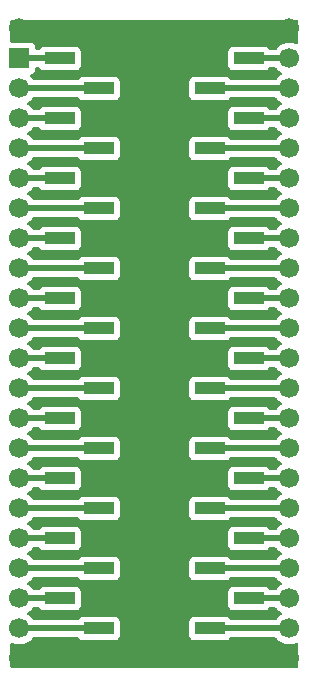
<source format=gbl>
G04 #@! TF.GenerationSoftware,KiCad,Pcbnew,9.0.6*
G04 #@! TF.CreationDate,2026-01-08T21:28:12-06:00*
G04 #@! TF.ProjectId,QFN-40_5x5_P0.4,51464e2d-3430-45f3-9578-355f50302e34,rev?*
G04 #@! TF.SameCoordinates,Original*
G04 #@! TF.FileFunction,Copper,L2,Bot*
G04 #@! TF.FilePolarity,Positive*
%FSLAX46Y46*%
G04 Gerber Fmt 4.6, Leading zero omitted, Abs format (unit mm)*
G04 Created by KiCad (PCBNEW 9.0.6) date 2026-01-08 21:28:12*
%MOMM*%
%LPD*%
G01*
G04 APERTURE LIST*
G04 Aperture macros list*
%AMRotRect*
0 Rectangle, with rotation*
0 The origin of the aperture is its center*
0 $1 length*
0 $2 width*
0 $3 Rotation angle, in degrees counterclockwise*
0 Add horizontal line*
21,1,$1,$2,0,0,$3*%
G04 Aperture macros list end*
G04 #@! TA.AperFunction,SMDPad,CuDef*
%ADD10R,2.510000X1.000000*%
G04 #@! TD*
G04 #@! TA.AperFunction,HeatsinkPad*
%ADD11C,0.500000*%
G04 #@! TD*
G04 #@! TA.AperFunction,HeatsinkPad*
%ADD12RotRect,3.600000X3.600000X315.000000*%
G04 #@! TD*
G04 #@! TA.AperFunction,ComponentPad*
%ADD13C,1.700000*%
G04 #@! TD*
G04 #@! TA.AperFunction,ComponentPad*
%ADD14R,1.700000X1.700000*%
G04 #@! TD*
G04 #@! TA.AperFunction,ViaPad*
%ADD15C,0.600000*%
G04 #@! TD*
G04 #@! TA.AperFunction,Conductor*
%ADD16C,0.500000*%
G04 #@! TD*
G04 APERTURE END LIST*
D10*
X131449000Y-108204000D03*
X131449000Y-82804000D03*
X128139000Y-85344000D03*
X131449000Y-87884000D03*
X128139000Y-90424000D03*
X131449000Y-92964000D03*
X128139000Y-95504000D03*
X131449000Y-98044000D03*
X128139000Y-100584000D03*
X131449000Y-103124000D03*
X128139000Y-105664000D03*
X128139000Y-110744000D03*
X131449000Y-113284000D03*
X128139000Y-115824000D03*
X131449000Y-118364000D03*
X128139000Y-120904000D03*
X131449000Y-123444000D03*
X128139000Y-125984000D03*
X131449000Y-128524000D03*
X128139000Y-131064000D03*
X131449000Y-133604000D03*
X128139000Y-136144000D03*
D11*
X136144000Y-108584974D03*
X135413323Y-109315651D03*
X134682646Y-110046328D03*
X133951969Y-110777005D03*
X136874677Y-109315651D03*
X136144000Y-110046328D03*
X135413323Y-110777005D03*
X134682646Y-111507682D03*
D12*
X136144000Y-110777005D03*
D11*
X137605354Y-110046328D03*
X136874677Y-110777005D03*
X136144000Y-111507682D03*
X135413323Y-112238359D03*
X138336031Y-110777005D03*
X137605354Y-111507682D03*
X136874677Y-112238359D03*
X136144000Y-112969036D03*
D13*
X147574000Y-82804000D03*
X147574000Y-85344000D03*
X147574000Y-87884000D03*
X147574000Y-90424000D03*
X147574000Y-92964000D03*
X147574000Y-95504000D03*
X147574000Y-98044000D03*
X147574000Y-100584000D03*
X147574000Y-103124000D03*
X147574000Y-105664000D03*
X147574000Y-108204000D03*
X147574000Y-110744000D03*
X147574000Y-113284000D03*
X147574000Y-115824000D03*
X147574000Y-118364000D03*
X147574000Y-120904000D03*
X147574000Y-123444000D03*
X147574000Y-125984000D03*
X147574000Y-128524000D03*
X147574000Y-131064000D03*
X147574000Y-133604000D03*
X147574000Y-136144000D03*
X124714000Y-82804000D03*
D14*
X124714000Y-85344000D03*
D13*
X124714000Y-87884000D03*
X124714000Y-90424000D03*
X124714000Y-92964000D03*
X124714000Y-95504000D03*
X124714000Y-98044000D03*
X124714000Y-100584000D03*
X124714000Y-103124000D03*
X124714000Y-105664000D03*
X124714000Y-108204000D03*
X124714000Y-110744000D03*
X124714000Y-113284000D03*
X124714000Y-115824000D03*
X124714000Y-118364000D03*
X124714000Y-120904000D03*
X124714000Y-123444000D03*
X124714000Y-125984000D03*
X124714000Y-128524000D03*
X124714000Y-131064000D03*
X124714000Y-133604000D03*
X124714000Y-136144000D03*
D10*
X140839000Y-82804000D03*
X144149000Y-85344000D03*
X140839000Y-87884000D03*
X144149000Y-90424000D03*
X140839000Y-92964000D03*
X144149000Y-95504000D03*
X140839000Y-98044000D03*
X144149000Y-100584000D03*
X140839000Y-103124000D03*
X144149000Y-105664000D03*
X140839000Y-108204000D03*
X144149000Y-110744000D03*
X140839000Y-113284000D03*
X144149000Y-115824000D03*
X140839000Y-118364000D03*
X144149000Y-120904000D03*
X140839000Y-123444000D03*
X144149000Y-125984000D03*
X140839000Y-128524000D03*
X144149000Y-131064000D03*
X140839000Y-133604000D03*
X144149000Y-136144000D03*
D15*
X136144000Y-91186000D03*
X136144000Y-129032000D03*
X136144000Y-106586005D03*
X136144000Y-114968005D03*
D16*
X147574000Y-85344000D02*
X144149000Y-85344000D01*
X140839000Y-87884000D02*
X147574000Y-87884000D01*
X147574000Y-90424000D02*
X144149000Y-90424000D01*
X140839000Y-92964000D02*
X147574000Y-92964000D01*
X147574000Y-95504000D02*
X144149000Y-95504000D01*
X140839000Y-98044000D02*
X147574000Y-98044000D01*
X147574000Y-103124000D02*
X140839000Y-103124000D01*
X144149000Y-100584000D02*
X147574000Y-100584000D01*
X144149000Y-105664000D02*
X147574000Y-105664000D01*
X147574000Y-108204000D02*
X140839000Y-108204000D01*
X144149000Y-110744000D02*
X147574000Y-110744000D01*
X147574000Y-113284000D02*
X140839000Y-113284000D01*
X144149000Y-115824000D02*
X147574000Y-115824000D01*
X147574000Y-118364000D02*
X140839000Y-118364000D01*
X144149000Y-120904000D02*
X147574000Y-120904000D01*
X147574000Y-123444000D02*
X140839000Y-123444000D01*
X144149000Y-125984000D02*
X147574000Y-125984000D01*
X147574000Y-128524000D02*
X140839000Y-128524000D01*
X144149000Y-131064000D02*
X147574000Y-131064000D01*
X144149000Y-136144000D02*
X128139000Y-136144000D01*
X147574000Y-133604000D02*
X140839000Y-133604000D01*
X144149000Y-136144000D02*
X147574000Y-136144000D01*
X128139000Y-136144000D02*
X124714000Y-136144000D01*
X124714000Y-133604000D02*
X131449000Y-133604000D01*
X128139000Y-131064000D02*
X124714000Y-131064000D01*
X131449000Y-128524000D02*
X124714000Y-128524000D01*
X124714000Y-125984000D02*
X128139000Y-125984000D01*
X131449000Y-123444000D02*
X124714000Y-123444000D01*
X124714000Y-120904000D02*
X128139000Y-120904000D01*
X124714000Y-118364000D02*
X131449000Y-118364000D01*
X128139000Y-115824000D02*
X124714000Y-115824000D01*
X124714000Y-113284000D02*
X131449000Y-113284000D01*
X128139000Y-110744000D02*
X124714000Y-110744000D01*
X124714000Y-108204000D02*
X131449000Y-108204000D01*
X128139000Y-105664000D02*
X124714000Y-105664000D01*
X124714000Y-103124000D02*
X131449000Y-103124000D01*
X128139000Y-100584000D02*
X124714000Y-100584000D01*
X124714000Y-98044000D02*
X131449000Y-98044000D01*
X128139000Y-95504000D02*
X124714000Y-95504000D01*
X124714000Y-92964000D02*
X131449000Y-92964000D01*
X128139000Y-90424000D02*
X124714000Y-90424000D01*
X124714000Y-87884000D02*
X131449000Y-87884000D01*
X124714000Y-85344000D02*
X128139000Y-85344000D01*
X131449000Y-82804000D02*
X147574000Y-82804000D01*
X124714000Y-82804000D02*
X131449000Y-82804000D01*
G04 #@! TA.AperFunction,Conductor*
G36*
X148286539Y-82064614D02*
G01*
X148332294Y-82117418D01*
X148343500Y-82168929D01*
X148343500Y-84018028D01*
X148323815Y-84085067D01*
X148271011Y-84130822D01*
X148201853Y-84140766D01*
X148163206Y-84128513D01*
X148092417Y-84092445D01*
X148092414Y-84092444D01*
X148092412Y-84092443D01*
X147890243Y-84026754D01*
X147890241Y-84026753D01*
X147890240Y-84026753D01*
X147728957Y-84001208D01*
X147680287Y-83993500D01*
X147467713Y-83993500D01*
X147419042Y-84001208D01*
X147257760Y-84026753D01*
X147055585Y-84092444D01*
X146866179Y-84188951D01*
X146694213Y-84313890D01*
X146543892Y-84464211D01*
X146487097Y-84542385D01*
X146431767Y-84585051D01*
X146386779Y-84593500D01*
X145903751Y-84593500D01*
X145836712Y-84573815D01*
X145804485Y-84543812D01*
X145761548Y-84486457D01*
X145761546Y-84486454D01*
X145761542Y-84486451D01*
X145646335Y-84400206D01*
X145646328Y-84400202D01*
X145511482Y-84349908D01*
X145511483Y-84349908D01*
X145451883Y-84343501D01*
X145451881Y-84343500D01*
X145451873Y-84343500D01*
X145451864Y-84343500D01*
X142846129Y-84343500D01*
X142846123Y-84343501D01*
X142786516Y-84349908D01*
X142651671Y-84400202D01*
X142651664Y-84400206D01*
X142536455Y-84486452D01*
X142536452Y-84486455D01*
X142450206Y-84601664D01*
X142450202Y-84601671D01*
X142399908Y-84736517D01*
X142393501Y-84796116D01*
X142393501Y-84796123D01*
X142393500Y-84796135D01*
X142393500Y-85891870D01*
X142393501Y-85891876D01*
X142399908Y-85951483D01*
X142450202Y-86086328D01*
X142450206Y-86086335D01*
X142536452Y-86201544D01*
X142536455Y-86201547D01*
X142651664Y-86287793D01*
X142651671Y-86287797D01*
X142786517Y-86338091D01*
X142786516Y-86338091D01*
X142793444Y-86338835D01*
X142846127Y-86344500D01*
X145451872Y-86344499D01*
X145511483Y-86338091D01*
X145646331Y-86287796D01*
X145761546Y-86201546D01*
X145799040Y-86151461D01*
X145804485Y-86144188D01*
X145860419Y-86102318D01*
X145903751Y-86094500D01*
X146386779Y-86094500D01*
X146453818Y-86114185D01*
X146487097Y-86145615D01*
X146543892Y-86223788D01*
X146694213Y-86374109D01*
X146866182Y-86499050D01*
X146874946Y-86503516D01*
X146925742Y-86551491D01*
X146942536Y-86619312D01*
X146919998Y-86685447D01*
X146874946Y-86724484D01*
X146866182Y-86728949D01*
X146694213Y-86853890D01*
X146543892Y-87004211D01*
X146487097Y-87082385D01*
X146431767Y-87125051D01*
X146386779Y-87133500D01*
X142593751Y-87133500D01*
X142526712Y-87113815D01*
X142494485Y-87083812D01*
X142451548Y-87026457D01*
X142451546Y-87026454D01*
X142451542Y-87026451D01*
X142336335Y-86940206D01*
X142336328Y-86940202D01*
X142201482Y-86889908D01*
X142201483Y-86889908D01*
X142141883Y-86883501D01*
X142141881Y-86883500D01*
X142141873Y-86883500D01*
X142141864Y-86883500D01*
X139536129Y-86883500D01*
X139536123Y-86883501D01*
X139476516Y-86889908D01*
X139341671Y-86940202D01*
X139341664Y-86940206D01*
X139226455Y-87026452D01*
X139226452Y-87026455D01*
X139140206Y-87141664D01*
X139140202Y-87141671D01*
X139089908Y-87276517D01*
X139083501Y-87336116D01*
X139083501Y-87336123D01*
X139083500Y-87336135D01*
X139083500Y-88431870D01*
X139083501Y-88431876D01*
X139089908Y-88491483D01*
X139140202Y-88626328D01*
X139140206Y-88626335D01*
X139226452Y-88741544D01*
X139226455Y-88741547D01*
X139341664Y-88827793D01*
X139341671Y-88827797D01*
X139476517Y-88878091D01*
X139476516Y-88878091D01*
X139483444Y-88878835D01*
X139536127Y-88884500D01*
X142141872Y-88884499D01*
X142201483Y-88878091D01*
X142336331Y-88827796D01*
X142451546Y-88741546D01*
X142478227Y-88705903D01*
X142494485Y-88684188D01*
X142550419Y-88642318D01*
X142593751Y-88634500D01*
X146386779Y-88634500D01*
X146453818Y-88654185D01*
X146487097Y-88685615D01*
X146543892Y-88763788D01*
X146694213Y-88914109D01*
X146866182Y-89039050D01*
X146874946Y-89043516D01*
X146925742Y-89091491D01*
X146942536Y-89159312D01*
X146919998Y-89225447D01*
X146874946Y-89264484D01*
X146866182Y-89268949D01*
X146694213Y-89393890D01*
X146543892Y-89544211D01*
X146487097Y-89622385D01*
X146431767Y-89665051D01*
X146386779Y-89673500D01*
X145903751Y-89673500D01*
X145836712Y-89653815D01*
X145804485Y-89623812D01*
X145761548Y-89566457D01*
X145761546Y-89566454D01*
X145761542Y-89566451D01*
X145646335Y-89480206D01*
X145646328Y-89480202D01*
X145511482Y-89429908D01*
X145511483Y-89429908D01*
X145451883Y-89423501D01*
X145451881Y-89423500D01*
X145451873Y-89423500D01*
X145451864Y-89423500D01*
X142846129Y-89423500D01*
X142846123Y-89423501D01*
X142786516Y-89429908D01*
X142651671Y-89480202D01*
X142651664Y-89480206D01*
X142536455Y-89566452D01*
X142536452Y-89566455D01*
X142450206Y-89681664D01*
X142450202Y-89681671D01*
X142399908Y-89816517D01*
X142393501Y-89876116D01*
X142393501Y-89876123D01*
X142393500Y-89876135D01*
X142393500Y-90971870D01*
X142393501Y-90971876D01*
X142399908Y-91031483D01*
X142450202Y-91166328D01*
X142450206Y-91166335D01*
X142536452Y-91281544D01*
X142536455Y-91281547D01*
X142651664Y-91367793D01*
X142651671Y-91367797D01*
X142786517Y-91418091D01*
X142786516Y-91418091D01*
X142793444Y-91418835D01*
X142846127Y-91424500D01*
X145451872Y-91424499D01*
X145511483Y-91418091D01*
X145646331Y-91367796D01*
X145761546Y-91281546D01*
X145788227Y-91245903D01*
X145804485Y-91224188D01*
X145860419Y-91182318D01*
X145903751Y-91174500D01*
X146386779Y-91174500D01*
X146453818Y-91194185D01*
X146487097Y-91225615D01*
X146543892Y-91303788D01*
X146694213Y-91454109D01*
X146866182Y-91579050D01*
X146874946Y-91583516D01*
X146925742Y-91631491D01*
X146942536Y-91699312D01*
X146919998Y-91765447D01*
X146874946Y-91804484D01*
X146866182Y-91808949D01*
X146694213Y-91933890D01*
X146543892Y-92084211D01*
X146487097Y-92162385D01*
X146431767Y-92205051D01*
X146386779Y-92213500D01*
X142593751Y-92213500D01*
X142526712Y-92193815D01*
X142494485Y-92163812D01*
X142451548Y-92106457D01*
X142451546Y-92106454D01*
X142451542Y-92106451D01*
X142336335Y-92020206D01*
X142336328Y-92020202D01*
X142201482Y-91969908D01*
X142201483Y-91969908D01*
X142141883Y-91963501D01*
X142141881Y-91963500D01*
X142141873Y-91963500D01*
X142141864Y-91963500D01*
X139536129Y-91963500D01*
X139536123Y-91963501D01*
X139476516Y-91969908D01*
X139341671Y-92020202D01*
X139341664Y-92020206D01*
X139226455Y-92106452D01*
X139226452Y-92106455D01*
X139140206Y-92221664D01*
X139140202Y-92221671D01*
X139089908Y-92356517D01*
X139083501Y-92416116D01*
X139083501Y-92416123D01*
X139083500Y-92416135D01*
X139083500Y-93511870D01*
X139083501Y-93511876D01*
X139089908Y-93571483D01*
X139140202Y-93706328D01*
X139140206Y-93706335D01*
X139226452Y-93821544D01*
X139226455Y-93821547D01*
X139341664Y-93907793D01*
X139341671Y-93907797D01*
X139476517Y-93958091D01*
X139476516Y-93958091D01*
X139483444Y-93958835D01*
X139536127Y-93964500D01*
X142141872Y-93964499D01*
X142201483Y-93958091D01*
X142336331Y-93907796D01*
X142451546Y-93821546D01*
X142478227Y-93785903D01*
X142494485Y-93764188D01*
X142550419Y-93722318D01*
X142593751Y-93714500D01*
X146386779Y-93714500D01*
X146453818Y-93734185D01*
X146487097Y-93765615D01*
X146543892Y-93843788D01*
X146694213Y-93994109D01*
X146866182Y-94119050D01*
X146874946Y-94123516D01*
X146925742Y-94171491D01*
X146942536Y-94239312D01*
X146919998Y-94305447D01*
X146874946Y-94344484D01*
X146866182Y-94348949D01*
X146694213Y-94473890D01*
X146543892Y-94624211D01*
X146487097Y-94702385D01*
X146431767Y-94745051D01*
X146386779Y-94753500D01*
X145903751Y-94753500D01*
X145836712Y-94733815D01*
X145804485Y-94703812D01*
X145761548Y-94646457D01*
X145761546Y-94646454D01*
X145761542Y-94646451D01*
X145646335Y-94560206D01*
X145646328Y-94560202D01*
X145511482Y-94509908D01*
X145511483Y-94509908D01*
X145451883Y-94503501D01*
X145451881Y-94503500D01*
X145451873Y-94503500D01*
X145451864Y-94503500D01*
X142846129Y-94503500D01*
X142846123Y-94503501D01*
X142786516Y-94509908D01*
X142651671Y-94560202D01*
X142651664Y-94560206D01*
X142536455Y-94646452D01*
X142536452Y-94646455D01*
X142450206Y-94761664D01*
X142450202Y-94761671D01*
X142399908Y-94896517D01*
X142393501Y-94956116D01*
X142393501Y-94956123D01*
X142393500Y-94956135D01*
X142393500Y-96051870D01*
X142393501Y-96051876D01*
X142399908Y-96111483D01*
X142450202Y-96246328D01*
X142450206Y-96246335D01*
X142536452Y-96361544D01*
X142536455Y-96361547D01*
X142651664Y-96447793D01*
X142651671Y-96447797D01*
X142786517Y-96498091D01*
X142786516Y-96498091D01*
X142793444Y-96498835D01*
X142846127Y-96504500D01*
X145451872Y-96504499D01*
X145511483Y-96498091D01*
X145646331Y-96447796D01*
X145761546Y-96361546D01*
X145788227Y-96325903D01*
X145804485Y-96304188D01*
X145860419Y-96262318D01*
X145903751Y-96254500D01*
X146386779Y-96254500D01*
X146453818Y-96274185D01*
X146487097Y-96305615D01*
X146543892Y-96383788D01*
X146694213Y-96534109D01*
X146866182Y-96659050D01*
X146874946Y-96663516D01*
X146925742Y-96711491D01*
X146942536Y-96779312D01*
X146919998Y-96845447D01*
X146874946Y-96884484D01*
X146866182Y-96888949D01*
X146694213Y-97013890D01*
X146543892Y-97164211D01*
X146487097Y-97242385D01*
X146431767Y-97285051D01*
X146386779Y-97293500D01*
X142593751Y-97293500D01*
X142526712Y-97273815D01*
X142494485Y-97243812D01*
X142451548Y-97186457D01*
X142451546Y-97186454D01*
X142451542Y-97186451D01*
X142336335Y-97100206D01*
X142336328Y-97100202D01*
X142201482Y-97049908D01*
X142201483Y-97049908D01*
X142141883Y-97043501D01*
X142141881Y-97043500D01*
X142141873Y-97043500D01*
X142141864Y-97043500D01*
X139536129Y-97043500D01*
X139536123Y-97043501D01*
X139476516Y-97049908D01*
X139341671Y-97100202D01*
X139341664Y-97100206D01*
X139226455Y-97186452D01*
X139226452Y-97186455D01*
X139140206Y-97301664D01*
X139140202Y-97301671D01*
X139089908Y-97436517D01*
X139083501Y-97496116D01*
X139083501Y-97496123D01*
X139083500Y-97496135D01*
X139083500Y-98591870D01*
X139083501Y-98591876D01*
X139089908Y-98651483D01*
X139140202Y-98786328D01*
X139140206Y-98786335D01*
X139226452Y-98901544D01*
X139226455Y-98901547D01*
X139341664Y-98987793D01*
X139341671Y-98987797D01*
X139476517Y-99038091D01*
X139476516Y-99038091D01*
X139483444Y-99038835D01*
X139536127Y-99044500D01*
X142141872Y-99044499D01*
X142201483Y-99038091D01*
X142336331Y-98987796D01*
X142451546Y-98901546D01*
X142478227Y-98865903D01*
X142494485Y-98844188D01*
X142550419Y-98802318D01*
X142593751Y-98794500D01*
X146386779Y-98794500D01*
X146453818Y-98814185D01*
X146487097Y-98845615D01*
X146543892Y-98923788D01*
X146694213Y-99074109D01*
X146866182Y-99199050D01*
X146874946Y-99203516D01*
X146925742Y-99251491D01*
X146942536Y-99319312D01*
X146919998Y-99385447D01*
X146874946Y-99424484D01*
X146866182Y-99428949D01*
X146694213Y-99553890D01*
X146543892Y-99704211D01*
X146487097Y-99782385D01*
X146431767Y-99825051D01*
X146386779Y-99833500D01*
X145903751Y-99833500D01*
X145836712Y-99813815D01*
X145804485Y-99783812D01*
X145761548Y-99726457D01*
X145761546Y-99726454D01*
X145761542Y-99726451D01*
X145646335Y-99640206D01*
X145646328Y-99640202D01*
X145511482Y-99589908D01*
X145511483Y-99589908D01*
X145451883Y-99583501D01*
X145451881Y-99583500D01*
X145451873Y-99583500D01*
X145451864Y-99583500D01*
X142846129Y-99583500D01*
X142846123Y-99583501D01*
X142786516Y-99589908D01*
X142651671Y-99640202D01*
X142651664Y-99640206D01*
X142536455Y-99726452D01*
X142536452Y-99726455D01*
X142450206Y-99841664D01*
X142450202Y-99841671D01*
X142399908Y-99976517D01*
X142393501Y-100036116D01*
X142393501Y-100036123D01*
X142393500Y-100036135D01*
X142393500Y-101131870D01*
X142393501Y-101131876D01*
X142399908Y-101191483D01*
X142450202Y-101326328D01*
X142450206Y-101326335D01*
X142536452Y-101441544D01*
X142536455Y-101441547D01*
X142651664Y-101527793D01*
X142651671Y-101527797D01*
X142786517Y-101578091D01*
X142786516Y-101578091D01*
X142793444Y-101578835D01*
X142846127Y-101584500D01*
X145451872Y-101584499D01*
X145511483Y-101578091D01*
X145646331Y-101527796D01*
X145761546Y-101441546D01*
X145788227Y-101405903D01*
X145804485Y-101384188D01*
X145860419Y-101342318D01*
X145903751Y-101334500D01*
X146386779Y-101334500D01*
X146453818Y-101354185D01*
X146487097Y-101385615D01*
X146543892Y-101463788D01*
X146694213Y-101614109D01*
X146866182Y-101739050D01*
X146874946Y-101743516D01*
X146925742Y-101791491D01*
X146942536Y-101859312D01*
X146919998Y-101925447D01*
X146874946Y-101964484D01*
X146866182Y-101968949D01*
X146694213Y-102093890D01*
X146543892Y-102244211D01*
X146487097Y-102322385D01*
X146431767Y-102365051D01*
X146386779Y-102373500D01*
X142593751Y-102373500D01*
X142526712Y-102353815D01*
X142494485Y-102323812D01*
X142451548Y-102266457D01*
X142451546Y-102266454D01*
X142451542Y-102266451D01*
X142336335Y-102180206D01*
X142336328Y-102180202D01*
X142201482Y-102129908D01*
X142201483Y-102129908D01*
X142141883Y-102123501D01*
X142141881Y-102123500D01*
X142141873Y-102123500D01*
X142141864Y-102123500D01*
X139536129Y-102123500D01*
X139536123Y-102123501D01*
X139476516Y-102129908D01*
X139341671Y-102180202D01*
X139341664Y-102180206D01*
X139226455Y-102266452D01*
X139226452Y-102266455D01*
X139140206Y-102381664D01*
X139140202Y-102381671D01*
X139089908Y-102516517D01*
X139083501Y-102576116D01*
X139083501Y-102576123D01*
X139083500Y-102576135D01*
X139083500Y-103671870D01*
X139083501Y-103671876D01*
X139089908Y-103731483D01*
X139140202Y-103866328D01*
X139140206Y-103866335D01*
X139226452Y-103981544D01*
X139226455Y-103981547D01*
X139341664Y-104067793D01*
X139341671Y-104067797D01*
X139476517Y-104118091D01*
X139476516Y-104118091D01*
X139483444Y-104118835D01*
X139536127Y-104124500D01*
X142141872Y-104124499D01*
X142201483Y-104118091D01*
X142336331Y-104067796D01*
X142451546Y-103981546D01*
X142478227Y-103945903D01*
X142494485Y-103924188D01*
X142550419Y-103882318D01*
X142593751Y-103874500D01*
X146386779Y-103874500D01*
X146453818Y-103894185D01*
X146487097Y-103925615D01*
X146543892Y-104003788D01*
X146694213Y-104154109D01*
X146866182Y-104279050D01*
X146874946Y-104283516D01*
X146925742Y-104331491D01*
X146942536Y-104399312D01*
X146919998Y-104465447D01*
X146874946Y-104504484D01*
X146866182Y-104508949D01*
X146694213Y-104633890D01*
X146543892Y-104784211D01*
X146487097Y-104862385D01*
X146431767Y-104905051D01*
X146386779Y-104913500D01*
X145903751Y-104913500D01*
X145836712Y-104893815D01*
X145804485Y-104863812D01*
X145761548Y-104806457D01*
X145761546Y-104806454D01*
X145761542Y-104806451D01*
X145646335Y-104720206D01*
X145646328Y-104720202D01*
X145511482Y-104669908D01*
X145511483Y-104669908D01*
X145451883Y-104663501D01*
X145451881Y-104663500D01*
X145451873Y-104663500D01*
X145451864Y-104663500D01*
X142846129Y-104663500D01*
X142846123Y-104663501D01*
X142786516Y-104669908D01*
X142651671Y-104720202D01*
X142651664Y-104720206D01*
X142536455Y-104806452D01*
X142536452Y-104806455D01*
X142450206Y-104921664D01*
X142450202Y-104921671D01*
X142399908Y-105056517D01*
X142393501Y-105116116D01*
X142393501Y-105116123D01*
X142393500Y-105116135D01*
X142393500Y-106211870D01*
X142393501Y-106211876D01*
X142399908Y-106271483D01*
X142450202Y-106406328D01*
X142450206Y-106406335D01*
X142536452Y-106521544D01*
X142536455Y-106521547D01*
X142651664Y-106607793D01*
X142651671Y-106607797D01*
X142786517Y-106658091D01*
X142786516Y-106658091D01*
X142793444Y-106658835D01*
X142846127Y-106664500D01*
X145451872Y-106664499D01*
X145511483Y-106658091D01*
X145646331Y-106607796D01*
X145761546Y-106521546D01*
X145788227Y-106485903D01*
X145804485Y-106464188D01*
X145860419Y-106422318D01*
X145903751Y-106414500D01*
X146386779Y-106414500D01*
X146453818Y-106434185D01*
X146487097Y-106465615D01*
X146543892Y-106543788D01*
X146694213Y-106694109D01*
X146866182Y-106819050D01*
X146874946Y-106823516D01*
X146925742Y-106871491D01*
X146942536Y-106939312D01*
X146919998Y-107005447D01*
X146874946Y-107044484D01*
X146866182Y-107048949D01*
X146694213Y-107173890D01*
X146543892Y-107324211D01*
X146487097Y-107402385D01*
X146431767Y-107445051D01*
X146386779Y-107453500D01*
X142593751Y-107453500D01*
X142526712Y-107433815D01*
X142494485Y-107403812D01*
X142451548Y-107346457D01*
X142451546Y-107346454D01*
X142451542Y-107346451D01*
X142336335Y-107260206D01*
X142336328Y-107260202D01*
X142201482Y-107209908D01*
X142201483Y-107209908D01*
X142141883Y-107203501D01*
X142141881Y-107203500D01*
X142141873Y-107203500D01*
X142141864Y-107203500D01*
X139536129Y-107203500D01*
X139536123Y-107203501D01*
X139476516Y-107209908D01*
X139341671Y-107260202D01*
X139341664Y-107260206D01*
X139226455Y-107346452D01*
X139226452Y-107346455D01*
X139140206Y-107461664D01*
X139140202Y-107461671D01*
X139089908Y-107596517D01*
X139083501Y-107656116D01*
X139083501Y-107656123D01*
X139083500Y-107656135D01*
X139083500Y-108751870D01*
X139083501Y-108751876D01*
X139089908Y-108811483D01*
X139140202Y-108946328D01*
X139140206Y-108946335D01*
X139226452Y-109061544D01*
X139226455Y-109061547D01*
X139341664Y-109147793D01*
X139341671Y-109147797D01*
X139476517Y-109198091D01*
X139476516Y-109198091D01*
X139483444Y-109198835D01*
X139536127Y-109204500D01*
X142141872Y-109204499D01*
X142201483Y-109198091D01*
X142336331Y-109147796D01*
X142451546Y-109061546D01*
X142478227Y-109025903D01*
X142494485Y-109004188D01*
X142550419Y-108962318D01*
X142593751Y-108954500D01*
X146386779Y-108954500D01*
X146453818Y-108974185D01*
X146487097Y-109005615D01*
X146543892Y-109083788D01*
X146694213Y-109234109D01*
X146866182Y-109359050D01*
X146874946Y-109363516D01*
X146925742Y-109411491D01*
X146942536Y-109479312D01*
X146919998Y-109545447D01*
X146874946Y-109584484D01*
X146866182Y-109588949D01*
X146694213Y-109713890D01*
X146543892Y-109864211D01*
X146487097Y-109942385D01*
X146431767Y-109985051D01*
X146386779Y-109993500D01*
X145903751Y-109993500D01*
X145836712Y-109973815D01*
X145804485Y-109943812D01*
X145761548Y-109886457D01*
X145761546Y-109886454D01*
X145761542Y-109886451D01*
X145646335Y-109800206D01*
X145646328Y-109800202D01*
X145511482Y-109749908D01*
X145511483Y-109749908D01*
X145451883Y-109743501D01*
X145451881Y-109743500D01*
X145451873Y-109743500D01*
X145451864Y-109743500D01*
X142846129Y-109743500D01*
X142846123Y-109743501D01*
X142786516Y-109749908D01*
X142651671Y-109800202D01*
X142651664Y-109800206D01*
X142536455Y-109886452D01*
X142536452Y-109886455D01*
X142450206Y-110001664D01*
X142450202Y-110001671D01*
X142399908Y-110136517D01*
X142393501Y-110196116D01*
X142393501Y-110196123D01*
X142393500Y-110196135D01*
X142393500Y-111291870D01*
X142393501Y-111291876D01*
X142399908Y-111351483D01*
X142450202Y-111486328D01*
X142450206Y-111486335D01*
X142536452Y-111601544D01*
X142536455Y-111601547D01*
X142651664Y-111687793D01*
X142651671Y-111687797D01*
X142786517Y-111738091D01*
X142786516Y-111738091D01*
X142793444Y-111738835D01*
X142846127Y-111744500D01*
X145451872Y-111744499D01*
X145511483Y-111738091D01*
X145646331Y-111687796D01*
X145761546Y-111601546D01*
X145788227Y-111565903D01*
X145804485Y-111544188D01*
X145860419Y-111502318D01*
X145903751Y-111494500D01*
X146386779Y-111494500D01*
X146453818Y-111514185D01*
X146487097Y-111545615D01*
X146543892Y-111623788D01*
X146694213Y-111774109D01*
X146866182Y-111899050D01*
X146874946Y-111903516D01*
X146925742Y-111951491D01*
X146942536Y-112019312D01*
X146919998Y-112085447D01*
X146874946Y-112124484D01*
X146866182Y-112128949D01*
X146694213Y-112253890D01*
X146543892Y-112404211D01*
X146487097Y-112482385D01*
X146431767Y-112525051D01*
X146386779Y-112533500D01*
X142593751Y-112533500D01*
X142526712Y-112513815D01*
X142494485Y-112483812D01*
X142451548Y-112426457D01*
X142451546Y-112426454D01*
X142451542Y-112426451D01*
X142336335Y-112340206D01*
X142336328Y-112340202D01*
X142201482Y-112289908D01*
X142201483Y-112289908D01*
X142141883Y-112283501D01*
X142141881Y-112283500D01*
X142141873Y-112283500D01*
X142141864Y-112283500D01*
X139536129Y-112283500D01*
X139536123Y-112283501D01*
X139476516Y-112289908D01*
X139341671Y-112340202D01*
X139341664Y-112340206D01*
X139226455Y-112426452D01*
X139226452Y-112426455D01*
X139140206Y-112541664D01*
X139140202Y-112541671D01*
X139089908Y-112676517D01*
X139083501Y-112736116D01*
X139083501Y-112736123D01*
X139083500Y-112736135D01*
X139083500Y-113831870D01*
X139083501Y-113831876D01*
X139089908Y-113891483D01*
X139140202Y-114026328D01*
X139140206Y-114026335D01*
X139226452Y-114141544D01*
X139226455Y-114141547D01*
X139341664Y-114227793D01*
X139341671Y-114227797D01*
X139476517Y-114278091D01*
X139476516Y-114278091D01*
X139483444Y-114278835D01*
X139536127Y-114284500D01*
X142141872Y-114284499D01*
X142201483Y-114278091D01*
X142336331Y-114227796D01*
X142451546Y-114141546D01*
X142478227Y-114105903D01*
X142494485Y-114084188D01*
X142550419Y-114042318D01*
X142593751Y-114034500D01*
X146386779Y-114034500D01*
X146453818Y-114054185D01*
X146487097Y-114085615D01*
X146543892Y-114163788D01*
X146694213Y-114314109D01*
X146866182Y-114439050D01*
X146874946Y-114443516D01*
X146925742Y-114491491D01*
X146942536Y-114559312D01*
X146919998Y-114625447D01*
X146874946Y-114664484D01*
X146866182Y-114668949D01*
X146694213Y-114793890D01*
X146543892Y-114944211D01*
X146487097Y-115022385D01*
X146431767Y-115065051D01*
X146386779Y-115073500D01*
X145903751Y-115073500D01*
X145836712Y-115053815D01*
X145804485Y-115023812D01*
X145761548Y-114966457D01*
X145761546Y-114966454D01*
X145761542Y-114966451D01*
X145646335Y-114880206D01*
X145646328Y-114880202D01*
X145511482Y-114829908D01*
X145511483Y-114829908D01*
X145451883Y-114823501D01*
X145451881Y-114823500D01*
X145451873Y-114823500D01*
X145451864Y-114823500D01*
X142846129Y-114823500D01*
X142846123Y-114823501D01*
X142786516Y-114829908D01*
X142651671Y-114880202D01*
X142651664Y-114880206D01*
X142536455Y-114966452D01*
X142536452Y-114966455D01*
X142450206Y-115081664D01*
X142450202Y-115081671D01*
X142399908Y-115216517D01*
X142393501Y-115276116D01*
X142393501Y-115276123D01*
X142393500Y-115276135D01*
X142393500Y-116371870D01*
X142393501Y-116371876D01*
X142399908Y-116431483D01*
X142450202Y-116566328D01*
X142450206Y-116566335D01*
X142536452Y-116681544D01*
X142536455Y-116681547D01*
X142651664Y-116767793D01*
X142651671Y-116767797D01*
X142786517Y-116818091D01*
X142786516Y-116818091D01*
X142793444Y-116818835D01*
X142846127Y-116824500D01*
X145451872Y-116824499D01*
X145511483Y-116818091D01*
X145646331Y-116767796D01*
X145761546Y-116681546D01*
X145788227Y-116645903D01*
X145804485Y-116624188D01*
X145860419Y-116582318D01*
X145903751Y-116574500D01*
X146386779Y-116574500D01*
X146453818Y-116594185D01*
X146487097Y-116625615D01*
X146543892Y-116703788D01*
X146694213Y-116854109D01*
X146866182Y-116979050D01*
X146874946Y-116983516D01*
X146925742Y-117031491D01*
X146942536Y-117099312D01*
X146919998Y-117165447D01*
X146874946Y-117204484D01*
X146866182Y-117208949D01*
X146694213Y-117333890D01*
X146543892Y-117484211D01*
X146487097Y-117562385D01*
X146431767Y-117605051D01*
X146386779Y-117613500D01*
X142593751Y-117613500D01*
X142526712Y-117593815D01*
X142494485Y-117563812D01*
X142451548Y-117506457D01*
X142451546Y-117506454D01*
X142451542Y-117506451D01*
X142336335Y-117420206D01*
X142336328Y-117420202D01*
X142201482Y-117369908D01*
X142201483Y-117369908D01*
X142141883Y-117363501D01*
X142141881Y-117363500D01*
X142141873Y-117363500D01*
X142141864Y-117363500D01*
X139536129Y-117363500D01*
X139536123Y-117363501D01*
X139476516Y-117369908D01*
X139341671Y-117420202D01*
X139341664Y-117420206D01*
X139226455Y-117506452D01*
X139226452Y-117506455D01*
X139140206Y-117621664D01*
X139140202Y-117621671D01*
X139089908Y-117756517D01*
X139083501Y-117816116D01*
X139083501Y-117816123D01*
X139083500Y-117816135D01*
X139083500Y-118911870D01*
X139083501Y-118911876D01*
X139089908Y-118971483D01*
X139140202Y-119106328D01*
X139140206Y-119106335D01*
X139226452Y-119221544D01*
X139226455Y-119221547D01*
X139341664Y-119307793D01*
X139341671Y-119307797D01*
X139476517Y-119358091D01*
X139476516Y-119358091D01*
X139483444Y-119358835D01*
X139536127Y-119364500D01*
X142141872Y-119364499D01*
X142201483Y-119358091D01*
X142336331Y-119307796D01*
X142451546Y-119221546D01*
X142478227Y-119185903D01*
X142494485Y-119164188D01*
X142550419Y-119122318D01*
X142593751Y-119114500D01*
X146386779Y-119114500D01*
X146453818Y-119134185D01*
X146487097Y-119165615D01*
X146543892Y-119243788D01*
X146694213Y-119394109D01*
X146866182Y-119519050D01*
X146874946Y-119523516D01*
X146925742Y-119571491D01*
X146942536Y-119639312D01*
X146919998Y-119705447D01*
X146874946Y-119744484D01*
X146866182Y-119748949D01*
X146694213Y-119873890D01*
X146543892Y-120024211D01*
X146487097Y-120102385D01*
X146431767Y-120145051D01*
X146386779Y-120153500D01*
X145903751Y-120153500D01*
X145836712Y-120133815D01*
X145804485Y-120103812D01*
X145761548Y-120046457D01*
X145761546Y-120046454D01*
X145761542Y-120046451D01*
X145646335Y-119960206D01*
X145646328Y-119960202D01*
X145511482Y-119909908D01*
X145511483Y-119909908D01*
X145451883Y-119903501D01*
X145451881Y-119903500D01*
X145451873Y-119903500D01*
X145451864Y-119903500D01*
X142846129Y-119903500D01*
X142846123Y-119903501D01*
X142786516Y-119909908D01*
X142651671Y-119960202D01*
X142651664Y-119960206D01*
X142536455Y-120046452D01*
X142536452Y-120046455D01*
X142450206Y-120161664D01*
X142450202Y-120161671D01*
X142399908Y-120296517D01*
X142393501Y-120356116D01*
X142393501Y-120356123D01*
X142393500Y-120356135D01*
X142393500Y-121451870D01*
X142393501Y-121451876D01*
X142399908Y-121511483D01*
X142450202Y-121646328D01*
X142450206Y-121646335D01*
X142536452Y-121761544D01*
X142536455Y-121761547D01*
X142651664Y-121847793D01*
X142651671Y-121847797D01*
X142786517Y-121898091D01*
X142786516Y-121898091D01*
X142793444Y-121898835D01*
X142846127Y-121904500D01*
X145451872Y-121904499D01*
X145511483Y-121898091D01*
X145646331Y-121847796D01*
X145761546Y-121761546D01*
X145788227Y-121725903D01*
X145804485Y-121704188D01*
X145860419Y-121662318D01*
X145903751Y-121654500D01*
X146386779Y-121654500D01*
X146453818Y-121674185D01*
X146487097Y-121705615D01*
X146543892Y-121783788D01*
X146694213Y-121934109D01*
X146866182Y-122059050D01*
X146874946Y-122063516D01*
X146925742Y-122111491D01*
X146942536Y-122179312D01*
X146919998Y-122245447D01*
X146874946Y-122284484D01*
X146866182Y-122288949D01*
X146694213Y-122413890D01*
X146543892Y-122564211D01*
X146487097Y-122642385D01*
X146431767Y-122685051D01*
X146386779Y-122693500D01*
X142593751Y-122693500D01*
X142526712Y-122673815D01*
X142494485Y-122643812D01*
X142451548Y-122586457D01*
X142451546Y-122586454D01*
X142451542Y-122586451D01*
X142336335Y-122500206D01*
X142336328Y-122500202D01*
X142201482Y-122449908D01*
X142201483Y-122449908D01*
X142141883Y-122443501D01*
X142141881Y-122443500D01*
X142141873Y-122443500D01*
X142141864Y-122443500D01*
X139536129Y-122443500D01*
X139536123Y-122443501D01*
X139476516Y-122449908D01*
X139341671Y-122500202D01*
X139341664Y-122500206D01*
X139226455Y-122586452D01*
X139226452Y-122586455D01*
X139140206Y-122701664D01*
X139140202Y-122701671D01*
X139089908Y-122836517D01*
X139083501Y-122896116D01*
X139083501Y-122896123D01*
X139083500Y-122896135D01*
X139083500Y-123991870D01*
X139083501Y-123991876D01*
X139089908Y-124051483D01*
X139140202Y-124186328D01*
X139140206Y-124186335D01*
X139226452Y-124301544D01*
X139226455Y-124301547D01*
X139341664Y-124387793D01*
X139341671Y-124387797D01*
X139476517Y-124438091D01*
X139476516Y-124438091D01*
X139483444Y-124438835D01*
X139536127Y-124444500D01*
X142141872Y-124444499D01*
X142201483Y-124438091D01*
X142336331Y-124387796D01*
X142451546Y-124301546D01*
X142478227Y-124265903D01*
X142494485Y-124244188D01*
X142550419Y-124202318D01*
X142593751Y-124194500D01*
X146386779Y-124194500D01*
X146453818Y-124214185D01*
X146487097Y-124245615D01*
X146543892Y-124323788D01*
X146694213Y-124474109D01*
X146866182Y-124599050D01*
X146874946Y-124603516D01*
X146925742Y-124651491D01*
X146942536Y-124719312D01*
X146919998Y-124785447D01*
X146874946Y-124824484D01*
X146866182Y-124828949D01*
X146694213Y-124953890D01*
X146543892Y-125104211D01*
X146487097Y-125182385D01*
X146431767Y-125225051D01*
X146386779Y-125233500D01*
X145903751Y-125233500D01*
X145836712Y-125213815D01*
X145804485Y-125183812D01*
X145761548Y-125126457D01*
X145761546Y-125126454D01*
X145761542Y-125126451D01*
X145646335Y-125040206D01*
X145646328Y-125040202D01*
X145511482Y-124989908D01*
X145511483Y-124989908D01*
X145451883Y-124983501D01*
X145451881Y-124983500D01*
X145451873Y-124983500D01*
X145451864Y-124983500D01*
X142846129Y-124983500D01*
X142846123Y-124983501D01*
X142786516Y-124989908D01*
X142651671Y-125040202D01*
X142651664Y-125040206D01*
X142536455Y-125126452D01*
X142536452Y-125126455D01*
X142450206Y-125241664D01*
X142450202Y-125241671D01*
X142399908Y-125376517D01*
X142393501Y-125436116D01*
X142393501Y-125436123D01*
X142393500Y-125436135D01*
X142393500Y-126531870D01*
X142393501Y-126531876D01*
X142399908Y-126591483D01*
X142450202Y-126726328D01*
X142450206Y-126726335D01*
X142536452Y-126841544D01*
X142536455Y-126841547D01*
X142651664Y-126927793D01*
X142651671Y-126927797D01*
X142786517Y-126978091D01*
X142786516Y-126978091D01*
X142793444Y-126978835D01*
X142846127Y-126984500D01*
X145451872Y-126984499D01*
X145511483Y-126978091D01*
X145646331Y-126927796D01*
X145761546Y-126841546D01*
X145788227Y-126805903D01*
X145804485Y-126784188D01*
X145860419Y-126742318D01*
X145903751Y-126734500D01*
X146386779Y-126734500D01*
X146453818Y-126754185D01*
X146487097Y-126785615D01*
X146543892Y-126863788D01*
X146694213Y-127014109D01*
X146866182Y-127139050D01*
X146874946Y-127143516D01*
X146925742Y-127191491D01*
X146942536Y-127259312D01*
X146919998Y-127325447D01*
X146874946Y-127364484D01*
X146866182Y-127368949D01*
X146694213Y-127493890D01*
X146543892Y-127644211D01*
X146487097Y-127722385D01*
X146431767Y-127765051D01*
X146386779Y-127773500D01*
X142593751Y-127773500D01*
X142526712Y-127753815D01*
X142494485Y-127723812D01*
X142451548Y-127666457D01*
X142451546Y-127666454D01*
X142451542Y-127666451D01*
X142336335Y-127580206D01*
X142336328Y-127580202D01*
X142201482Y-127529908D01*
X142201483Y-127529908D01*
X142141883Y-127523501D01*
X142141881Y-127523500D01*
X142141873Y-127523500D01*
X142141864Y-127523500D01*
X139536129Y-127523500D01*
X139536123Y-127523501D01*
X139476516Y-127529908D01*
X139341671Y-127580202D01*
X139341664Y-127580206D01*
X139226455Y-127666452D01*
X139226452Y-127666455D01*
X139140206Y-127781664D01*
X139140202Y-127781671D01*
X139089908Y-127916517D01*
X139083501Y-127976116D01*
X139083501Y-127976123D01*
X139083500Y-127976135D01*
X139083500Y-129071870D01*
X139083501Y-129071876D01*
X139089908Y-129131483D01*
X139140202Y-129266328D01*
X139140206Y-129266335D01*
X139226452Y-129381544D01*
X139226455Y-129381547D01*
X139341664Y-129467793D01*
X139341671Y-129467797D01*
X139476517Y-129518091D01*
X139476516Y-129518091D01*
X139483444Y-129518835D01*
X139536127Y-129524500D01*
X142141872Y-129524499D01*
X142201483Y-129518091D01*
X142336331Y-129467796D01*
X142451546Y-129381546D01*
X142478227Y-129345903D01*
X142494485Y-129324188D01*
X142550419Y-129282318D01*
X142593751Y-129274500D01*
X146386779Y-129274500D01*
X146453818Y-129294185D01*
X146487097Y-129325615D01*
X146543892Y-129403788D01*
X146694213Y-129554109D01*
X146866182Y-129679050D01*
X146874946Y-129683516D01*
X146925742Y-129731491D01*
X146942536Y-129799312D01*
X146919998Y-129865447D01*
X146874946Y-129904484D01*
X146866182Y-129908949D01*
X146694213Y-130033890D01*
X146543892Y-130184211D01*
X146487097Y-130262385D01*
X146431767Y-130305051D01*
X146386779Y-130313500D01*
X145903751Y-130313500D01*
X145836712Y-130293815D01*
X145804485Y-130263812D01*
X145761548Y-130206457D01*
X145761546Y-130206454D01*
X145761542Y-130206451D01*
X145646335Y-130120206D01*
X145646328Y-130120202D01*
X145511482Y-130069908D01*
X145511483Y-130069908D01*
X145451883Y-130063501D01*
X145451881Y-130063500D01*
X145451873Y-130063500D01*
X145451864Y-130063500D01*
X142846129Y-130063500D01*
X142846123Y-130063501D01*
X142786516Y-130069908D01*
X142651671Y-130120202D01*
X142651664Y-130120206D01*
X142536455Y-130206452D01*
X142536452Y-130206455D01*
X142450206Y-130321664D01*
X142450202Y-130321671D01*
X142399908Y-130456517D01*
X142393501Y-130516116D01*
X142393501Y-130516123D01*
X142393500Y-130516135D01*
X142393500Y-131611870D01*
X142393501Y-131611876D01*
X142399908Y-131671483D01*
X142450202Y-131806328D01*
X142450206Y-131806335D01*
X142536452Y-131921544D01*
X142536455Y-131921547D01*
X142651664Y-132007793D01*
X142651671Y-132007797D01*
X142786517Y-132058091D01*
X142786516Y-132058091D01*
X142793444Y-132058835D01*
X142846127Y-132064500D01*
X145451872Y-132064499D01*
X145511483Y-132058091D01*
X145646331Y-132007796D01*
X145761546Y-131921546D01*
X145788227Y-131885903D01*
X145804485Y-131864188D01*
X145860419Y-131822318D01*
X145903751Y-131814500D01*
X146386779Y-131814500D01*
X146453818Y-131834185D01*
X146487097Y-131865615D01*
X146543892Y-131943788D01*
X146694213Y-132094109D01*
X146866182Y-132219050D01*
X146874946Y-132223516D01*
X146925742Y-132271491D01*
X146942536Y-132339312D01*
X146919998Y-132405447D01*
X146874946Y-132444484D01*
X146866182Y-132448949D01*
X146694213Y-132573890D01*
X146543892Y-132724211D01*
X146487097Y-132802385D01*
X146431767Y-132845051D01*
X146386779Y-132853500D01*
X142593751Y-132853500D01*
X142526712Y-132833815D01*
X142494485Y-132803812D01*
X142451548Y-132746457D01*
X142451546Y-132746454D01*
X142451542Y-132746451D01*
X142336335Y-132660206D01*
X142336328Y-132660202D01*
X142201482Y-132609908D01*
X142201483Y-132609908D01*
X142141883Y-132603501D01*
X142141881Y-132603500D01*
X142141873Y-132603500D01*
X142141864Y-132603500D01*
X139536129Y-132603500D01*
X139536123Y-132603501D01*
X139476516Y-132609908D01*
X139341671Y-132660202D01*
X139341664Y-132660206D01*
X139226455Y-132746452D01*
X139226452Y-132746455D01*
X139140206Y-132861664D01*
X139140202Y-132861671D01*
X139089908Y-132996517D01*
X139083501Y-133056116D01*
X139083501Y-133056123D01*
X139083500Y-133056135D01*
X139083500Y-134151870D01*
X139083501Y-134151876D01*
X139089908Y-134211483D01*
X139140202Y-134346328D01*
X139140206Y-134346335D01*
X139226452Y-134461544D01*
X139226455Y-134461547D01*
X139341664Y-134547793D01*
X139341671Y-134547797D01*
X139476517Y-134598091D01*
X139476516Y-134598091D01*
X139483444Y-134598835D01*
X139536127Y-134604500D01*
X142141872Y-134604499D01*
X142201483Y-134598091D01*
X142336331Y-134547796D01*
X142451546Y-134461546D01*
X142478227Y-134425903D01*
X142494485Y-134404188D01*
X142550419Y-134362318D01*
X142593751Y-134354500D01*
X146386779Y-134354500D01*
X146453818Y-134374185D01*
X146487097Y-134405615D01*
X146543892Y-134483788D01*
X146694213Y-134634109D01*
X146866179Y-134759048D01*
X146866181Y-134759049D01*
X146866184Y-134759051D01*
X147055588Y-134855557D01*
X147257757Y-134921246D01*
X147467713Y-134954500D01*
X147467714Y-134954500D01*
X147680286Y-134954500D01*
X147680287Y-134954500D01*
X147890243Y-134921246D01*
X148092412Y-134855557D01*
X148163205Y-134819485D01*
X148231874Y-134806590D01*
X148296614Y-134832866D01*
X148336872Y-134889972D01*
X148343500Y-134929971D01*
X148343500Y-136799929D01*
X148323815Y-136866968D01*
X148271011Y-136912723D01*
X148219500Y-136923929D01*
X124068500Y-136923929D01*
X124001461Y-136904244D01*
X123955706Y-136851440D01*
X123944500Y-136799929D01*
X123944500Y-134929971D01*
X123964185Y-134862932D01*
X124016989Y-134817177D01*
X124086147Y-134807233D01*
X124124793Y-134819485D01*
X124195588Y-134855557D01*
X124397757Y-134921246D01*
X124607713Y-134954500D01*
X124607714Y-134954500D01*
X124820286Y-134954500D01*
X124820287Y-134954500D01*
X125030243Y-134921246D01*
X125232412Y-134855557D01*
X125421816Y-134759051D01*
X125443789Y-134743086D01*
X125593786Y-134634109D01*
X125593788Y-134634106D01*
X125593792Y-134634104D01*
X125744104Y-134483792D01*
X125760266Y-134461547D01*
X125800903Y-134405615D01*
X125856233Y-134362949D01*
X125901221Y-134354500D01*
X129694249Y-134354500D01*
X129761288Y-134374185D01*
X129793515Y-134404188D01*
X129836451Y-134461542D01*
X129836454Y-134461546D01*
X129836457Y-134461548D01*
X129951664Y-134547793D01*
X129951671Y-134547797D01*
X130086517Y-134598091D01*
X130086516Y-134598091D01*
X130093444Y-134598835D01*
X130146127Y-134604500D01*
X132751872Y-134604499D01*
X132811483Y-134598091D01*
X132946331Y-134547796D01*
X133061546Y-134461546D01*
X133147796Y-134346331D01*
X133198091Y-134211483D01*
X133204500Y-134151873D01*
X133204499Y-133056128D01*
X133198091Y-132996517D01*
X133147796Y-132861669D01*
X133147795Y-132861668D01*
X133147793Y-132861664D01*
X133061547Y-132746455D01*
X133061544Y-132746452D01*
X132946335Y-132660206D01*
X132946328Y-132660202D01*
X132811482Y-132609908D01*
X132811483Y-132609908D01*
X132751883Y-132603501D01*
X132751881Y-132603500D01*
X132751873Y-132603500D01*
X132751864Y-132603500D01*
X130146129Y-132603500D01*
X130146123Y-132603501D01*
X130086516Y-132609908D01*
X129951671Y-132660202D01*
X129951664Y-132660206D01*
X129836457Y-132746451D01*
X129836451Y-132746457D01*
X129793515Y-132803812D01*
X129737581Y-132845682D01*
X129694249Y-132853500D01*
X125901221Y-132853500D01*
X125834182Y-132833815D01*
X125800903Y-132802385D01*
X125744107Y-132724211D01*
X125593786Y-132573890D01*
X125421820Y-132448951D01*
X125421115Y-132448591D01*
X125413054Y-132444485D01*
X125362259Y-132396512D01*
X125345463Y-132328692D01*
X125367999Y-132262556D01*
X125413054Y-132223515D01*
X125421816Y-132219051D01*
X125443789Y-132203086D01*
X125593786Y-132094109D01*
X125593788Y-132094106D01*
X125593792Y-132094104D01*
X125744104Y-131943792D01*
X125760266Y-131921547D01*
X125800903Y-131865615D01*
X125856233Y-131822949D01*
X125901221Y-131814500D01*
X126384249Y-131814500D01*
X126451288Y-131834185D01*
X126483515Y-131864188D01*
X126526451Y-131921542D01*
X126526454Y-131921546D01*
X126526457Y-131921548D01*
X126641664Y-132007793D01*
X126641671Y-132007797D01*
X126776517Y-132058091D01*
X126776516Y-132058091D01*
X126783444Y-132058835D01*
X126836127Y-132064500D01*
X129441872Y-132064499D01*
X129501483Y-132058091D01*
X129636331Y-132007796D01*
X129751546Y-131921546D01*
X129837796Y-131806331D01*
X129888091Y-131671483D01*
X129894500Y-131611873D01*
X129894499Y-130516128D01*
X129888091Y-130456517D01*
X129837796Y-130321669D01*
X129837795Y-130321668D01*
X129837793Y-130321664D01*
X129751547Y-130206455D01*
X129751544Y-130206452D01*
X129636335Y-130120206D01*
X129636328Y-130120202D01*
X129501482Y-130069908D01*
X129501483Y-130069908D01*
X129441883Y-130063501D01*
X129441881Y-130063500D01*
X129441873Y-130063500D01*
X129441864Y-130063500D01*
X126836129Y-130063500D01*
X126836123Y-130063501D01*
X126776516Y-130069908D01*
X126641671Y-130120202D01*
X126641664Y-130120206D01*
X126526457Y-130206451D01*
X126526451Y-130206457D01*
X126483515Y-130263812D01*
X126427581Y-130305682D01*
X126384249Y-130313500D01*
X125901221Y-130313500D01*
X125834182Y-130293815D01*
X125800903Y-130262385D01*
X125744107Y-130184211D01*
X125593786Y-130033890D01*
X125421820Y-129908951D01*
X125421115Y-129908591D01*
X125413054Y-129904485D01*
X125362259Y-129856512D01*
X125345463Y-129788692D01*
X125367999Y-129722556D01*
X125413054Y-129683515D01*
X125421816Y-129679051D01*
X125443789Y-129663086D01*
X125593786Y-129554109D01*
X125593788Y-129554106D01*
X125593792Y-129554104D01*
X125744104Y-129403792D01*
X125760266Y-129381547D01*
X125800903Y-129325615D01*
X125856233Y-129282949D01*
X125901221Y-129274500D01*
X129694249Y-129274500D01*
X129761288Y-129294185D01*
X129793515Y-129324188D01*
X129836451Y-129381542D01*
X129836454Y-129381546D01*
X129836457Y-129381548D01*
X129951664Y-129467793D01*
X129951671Y-129467797D01*
X130086517Y-129518091D01*
X130086516Y-129518091D01*
X130093444Y-129518835D01*
X130146127Y-129524500D01*
X132751872Y-129524499D01*
X132811483Y-129518091D01*
X132946331Y-129467796D01*
X133061546Y-129381546D01*
X133147796Y-129266331D01*
X133198091Y-129131483D01*
X133204500Y-129071873D01*
X133204499Y-127976128D01*
X133198091Y-127916517D01*
X133147796Y-127781669D01*
X133147795Y-127781668D01*
X133147793Y-127781664D01*
X133061547Y-127666455D01*
X133061544Y-127666452D01*
X132946335Y-127580206D01*
X132946328Y-127580202D01*
X132811482Y-127529908D01*
X132811483Y-127529908D01*
X132751883Y-127523501D01*
X132751881Y-127523500D01*
X132751873Y-127523500D01*
X132751864Y-127523500D01*
X130146129Y-127523500D01*
X130146123Y-127523501D01*
X130086516Y-127529908D01*
X129951671Y-127580202D01*
X129951664Y-127580206D01*
X129836457Y-127666451D01*
X129836451Y-127666457D01*
X129793515Y-127723812D01*
X129737581Y-127765682D01*
X129694249Y-127773500D01*
X125901221Y-127773500D01*
X125834182Y-127753815D01*
X125800903Y-127722385D01*
X125744107Y-127644211D01*
X125593786Y-127493890D01*
X125421820Y-127368951D01*
X125421115Y-127368591D01*
X125413054Y-127364485D01*
X125362259Y-127316512D01*
X125345463Y-127248692D01*
X125367999Y-127182556D01*
X125413054Y-127143515D01*
X125421816Y-127139051D01*
X125443789Y-127123086D01*
X125593786Y-127014109D01*
X125593788Y-127014106D01*
X125593792Y-127014104D01*
X125744104Y-126863792D01*
X125760266Y-126841547D01*
X125800903Y-126785615D01*
X125856233Y-126742949D01*
X125901221Y-126734500D01*
X126384249Y-126734500D01*
X126451288Y-126754185D01*
X126483515Y-126784188D01*
X126526451Y-126841542D01*
X126526454Y-126841546D01*
X126526457Y-126841548D01*
X126641664Y-126927793D01*
X126641671Y-126927797D01*
X126776517Y-126978091D01*
X126776516Y-126978091D01*
X126783444Y-126978835D01*
X126836127Y-126984500D01*
X129441872Y-126984499D01*
X129501483Y-126978091D01*
X129636331Y-126927796D01*
X129751546Y-126841546D01*
X129837796Y-126726331D01*
X129888091Y-126591483D01*
X129894500Y-126531873D01*
X129894499Y-125436128D01*
X129888091Y-125376517D01*
X129837796Y-125241669D01*
X129837795Y-125241668D01*
X129837793Y-125241664D01*
X129751547Y-125126455D01*
X129751544Y-125126452D01*
X129636335Y-125040206D01*
X129636328Y-125040202D01*
X129501482Y-124989908D01*
X129501483Y-124989908D01*
X129441883Y-124983501D01*
X129441881Y-124983500D01*
X129441873Y-124983500D01*
X129441864Y-124983500D01*
X126836129Y-124983500D01*
X126836123Y-124983501D01*
X126776516Y-124989908D01*
X126641671Y-125040202D01*
X126641664Y-125040206D01*
X126526457Y-125126451D01*
X126526451Y-125126457D01*
X126483515Y-125183812D01*
X126427581Y-125225682D01*
X126384249Y-125233500D01*
X125901221Y-125233500D01*
X125834182Y-125213815D01*
X125800903Y-125182385D01*
X125744107Y-125104211D01*
X125593786Y-124953890D01*
X125421820Y-124828951D01*
X125421115Y-124828591D01*
X125413054Y-124824485D01*
X125362259Y-124776512D01*
X125345463Y-124708692D01*
X125367999Y-124642556D01*
X125413054Y-124603515D01*
X125421816Y-124599051D01*
X125443789Y-124583086D01*
X125593786Y-124474109D01*
X125593788Y-124474106D01*
X125593792Y-124474104D01*
X125744104Y-124323792D01*
X125760266Y-124301547D01*
X125800903Y-124245615D01*
X125856233Y-124202949D01*
X125901221Y-124194500D01*
X129694249Y-124194500D01*
X129761288Y-124214185D01*
X129793515Y-124244188D01*
X129836451Y-124301542D01*
X129836454Y-124301546D01*
X129836457Y-124301548D01*
X129951664Y-124387793D01*
X129951671Y-124387797D01*
X130086517Y-124438091D01*
X130086516Y-124438091D01*
X130093444Y-124438835D01*
X130146127Y-124444500D01*
X132751872Y-124444499D01*
X132811483Y-124438091D01*
X132946331Y-124387796D01*
X133061546Y-124301546D01*
X133147796Y-124186331D01*
X133198091Y-124051483D01*
X133204500Y-123991873D01*
X133204499Y-122896128D01*
X133198091Y-122836517D01*
X133147796Y-122701669D01*
X133147795Y-122701668D01*
X133147793Y-122701664D01*
X133061547Y-122586455D01*
X133061544Y-122586452D01*
X132946335Y-122500206D01*
X132946328Y-122500202D01*
X132811482Y-122449908D01*
X132811483Y-122449908D01*
X132751883Y-122443501D01*
X132751881Y-122443500D01*
X132751873Y-122443500D01*
X132751864Y-122443500D01*
X130146129Y-122443500D01*
X130146123Y-122443501D01*
X130086516Y-122449908D01*
X129951671Y-122500202D01*
X129951664Y-122500206D01*
X129836457Y-122586451D01*
X129836451Y-122586457D01*
X129793515Y-122643812D01*
X129737581Y-122685682D01*
X129694249Y-122693500D01*
X125901221Y-122693500D01*
X125834182Y-122673815D01*
X125800903Y-122642385D01*
X125744107Y-122564211D01*
X125593786Y-122413890D01*
X125421820Y-122288951D01*
X125421115Y-122288591D01*
X125413054Y-122284485D01*
X125362259Y-122236512D01*
X125345463Y-122168692D01*
X125367999Y-122102556D01*
X125413054Y-122063515D01*
X125421816Y-122059051D01*
X125443789Y-122043086D01*
X125593786Y-121934109D01*
X125593788Y-121934106D01*
X125593792Y-121934104D01*
X125744104Y-121783792D01*
X125760266Y-121761547D01*
X125800903Y-121705615D01*
X125856233Y-121662949D01*
X125901221Y-121654500D01*
X126384249Y-121654500D01*
X126451288Y-121674185D01*
X126483515Y-121704188D01*
X126526451Y-121761542D01*
X126526454Y-121761546D01*
X126526457Y-121761548D01*
X126641664Y-121847793D01*
X126641671Y-121847797D01*
X126776517Y-121898091D01*
X126776516Y-121898091D01*
X126783444Y-121898835D01*
X126836127Y-121904500D01*
X129441872Y-121904499D01*
X129501483Y-121898091D01*
X129636331Y-121847796D01*
X129751546Y-121761546D01*
X129837796Y-121646331D01*
X129888091Y-121511483D01*
X129894500Y-121451873D01*
X129894499Y-120356128D01*
X129888091Y-120296517D01*
X129837796Y-120161669D01*
X129837795Y-120161668D01*
X129837793Y-120161664D01*
X129751547Y-120046455D01*
X129751544Y-120046452D01*
X129636335Y-119960206D01*
X129636328Y-119960202D01*
X129501482Y-119909908D01*
X129501483Y-119909908D01*
X129441883Y-119903501D01*
X129441881Y-119903500D01*
X129441873Y-119903500D01*
X129441864Y-119903500D01*
X126836129Y-119903500D01*
X126836123Y-119903501D01*
X126776516Y-119909908D01*
X126641671Y-119960202D01*
X126641664Y-119960206D01*
X126526457Y-120046451D01*
X126526451Y-120046457D01*
X126483515Y-120103812D01*
X126427581Y-120145682D01*
X126384249Y-120153500D01*
X125901221Y-120153500D01*
X125834182Y-120133815D01*
X125800903Y-120102385D01*
X125744107Y-120024211D01*
X125593786Y-119873890D01*
X125421820Y-119748951D01*
X125421115Y-119748591D01*
X125413054Y-119744485D01*
X125362259Y-119696512D01*
X125345463Y-119628692D01*
X125367999Y-119562556D01*
X125413054Y-119523515D01*
X125421816Y-119519051D01*
X125443789Y-119503086D01*
X125593786Y-119394109D01*
X125593788Y-119394106D01*
X125593792Y-119394104D01*
X125744104Y-119243792D01*
X125760266Y-119221547D01*
X125800903Y-119165615D01*
X125856233Y-119122949D01*
X125901221Y-119114500D01*
X129694249Y-119114500D01*
X129761288Y-119134185D01*
X129793515Y-119164188D01*
X129836451Y-119221542D01*
X129836454Y-119221546D01*
X129836457Y-119221548D01*
X129951664Y-119307793D01*
X129951671Y-119307797D01*
X130086517Y-119358091D01*
X130086516Y-119358091D01*
X130093444Y-119358835D01*
X130146127Y-119364500D01*
X132751872Y-119364499D01*
X132811483Y-119358091D01*
X132946331Y-119307796D01*
X133061546Y-119221546D01*
X133147796Y-119106331D01*
X133198091Y-118971483D01*
X133204500Y-118911873D01*
X133204499Y-117816128D01*
X133198091Y-117756517D01*
X133147796Y-117621669D01*
X133147795Y-117621668D01*
X133147793Y-117621664D01*
X133061547Y-117506455D01*
X133061544Y-117506452D01*
X132946335Y-117420206D01*
X132946328Y-117420202D01*
X132811482Y-117369908D01*
X132811483Y-117369908D01*
X132751883Y-117363501D01*
X132751881Y-117363500D01*
X132751873Y-117363500D01*
X132751864Y-117363500D01*
X130146129Y-117363500D01*
X130146123Y-117363501D01*
X130086516Y-117369908D01*
X129951671Y-117420202D01*
X129951664Y-117420206D01*
X129836457Y-117506451D01*
X129836451Y-117506457D01*
X129793515Y-117563812D01*
X129737581Y-117605682D01*
X129694249Y-117613500D01*
X125901221Y-117613500D01*
X125834182Y-117593815D01*
X125800903Y-117562385D01*
X125744107Y-117484211D01*
X125593786Y-117333890D01*
X125421820Y-117208951D01*
X125421115Y-117208591D01*
X125413054Y-117204485D01*
X125362259Y-117156512D01*
X125345463Y-117088692D01*
X125367999Y-117022556D01*
X125413054Y-116983515D01*
X125421816Y-116979051D01*
X125443789Y-116963086D01*
X125593786Y-116854109D01*
X125593788Y-116854106D01*
X125593792Y-116854104D01*
X125744104Y-116703792D01*
X125760266Y-116681547D01*
X125800903Y-116625615D01*
X125856233Y-116582949D01*
X125901221Y-116574500D01*
X126384249Y-116574500D01*
X126451288Y-116594185D01*
X126483515Y-116624188D01*
X126526451Y-116681542D01*
X126526454Y-116681546D01*
X126526457Y-116681548D01*
X126641664Y-116767793D01*
X126641671Y-116767797D01*
X126776517Y-116818091D01*
X126776516Y-116818091D01*
X126783444Y-116818835D01*
X126836127Y-116824500D01*
X129441872Y-116824499D01*
X129501483Y-116818091D01*
X129636331Y-116767796D01*
X129751546Y-116681546D01*
X129837796Y-116566331D01*
X129888091Y-116431483D01*
X129894500Y-116371873D01*
X129894499Y-115276128D01*
X129888091Y-115216517D01*
X129837796Y-115081669D01*
X129837795Y-115081668D01*
X129837793Y-115081664D01*
X129751547Y-114966455D01*
X129751544Y-114966452D01*
X129636335Y-114880206D01*
X129636328Y-114880202D01*
X129501482Y-114829908D01*
X129501483Y-114829908D01*
X129441883Y-114823501D01*
X129441881Y-114823500D01*
X129441873Y-114823500D01*
X129441864Y-114823500D01*
X126836129Y-114823500D01*
X126836123Y-114823501D01*
X126776516Y-114829908D01*
X126641671Y-114880202D01*
X126641664Y-114880206D01*
X126526457Y-114966451D01*
X126526451Y-114966457D01*
X126483515Y-115023812D01*
X126427581Y-115065682D01*
X126384249Y-115073500D01*
X125901221Y-115073500D01*
X125834182Y-115053815D01*
X125800903Y-115022385D01*
X125744107Y-114944211D01*
X125593786Y-114793890D01*
X125421820Y-114668951D01*
X125421115Y-114668591D01*
X125413054Y-114664485D01*
X125362259Y-114616512D01*
X125345463Y-114548692D01*
X125367999Y-114482556D01*
X125413054Y-114443515D01*
X125421816Y-114439051D01*
X125443789Y-114423086D01*
X125593786Y-114314109D01*
X125593788Y-114314106D01*
X125593792Y-114314104D01*
X125744104Y-114163792D01*
X125760266Y-114141547D01*
X125800903Y-114085615D01*
X125856233Y-114042949D01*
X125901221Y-114034500D01*
X129694249Y-114034500D01*
X129761288Y-114054185D01*
X129793515Y-114084188D01*
X129836451Y-114141542D01*
X129836454Y-114141546D01*
X129836457Y-114141548D01*
X129951664Y-114227793D01*
X129951671Y-114227797D01*
X130086517Y-114278091D01*
X130086516Y-114278091D01*
X130093444Y-114278835D01*
X130146127Y-114284500D01*
X132751872Y-114284499D01*
X132811483Y-114278091D01*
X132946331Y-114227796D01*
X133061546Y-114141546D01*
X133147796Y-114026331D01*
X133198091Y-113891483D01*
X133204500Y-113831873D01*
X133204499Y-112736128D01*
X133198091Y-112676517D01*
X133147796Y-112541669D01*
X133147795Y-112541668D01*
X133147793Y-112541664D01*
X133061547Y-112426455D01*
X133061544Y-112426452D01*
X132946335Y-112340206D01*
X132946328Y-112340202D01*
X132811482Y-112289908D01*
X132811483Y-112289908D01*
X132751883Y-112283501D01*
X132751881Y-112283500D01*
X132751873Y-112283500D01*
X132751864Y-112283500D01*
X130146129Y-112283500D01*
X130146123Y-112283501D01*
X130086516Y-112289908D01*
X129951671Y-112340202D01*
X129951664Y-112340206D01*
X129836457Y-112426451D01*
X129836451Y-112426457D01*
X129793515Y-112483812D01*
X129737581Y-112525682D01*
X129694249Y-112533500D01*
X125901221Y-112533500D01*
X125834182Y-112513815D01*
X125800903Y-112482385D01*
X125744107Y-112404211D01*
X125593786Y-112253890D01*
X125421820Y-112128951D01*
X125421115Y-112128591D01*
X125413054Y-112124485D01*
X125362259Y-112076512D01*
X125345463Y-112008692D01*
X125367999Y-111942556D01*
X125413054Y-111903515D01*
X125421816Y-111899051D01*
X125443789Y-111883086D01*
X125593786Y-111774109D01*
X125593788Y-111774106D01*
X125593792Y-111774104D01*
X125744104Y-111623792D01*
X125760266Y-111601547D01*
X125800903Y-111545615D01*
X125856233Y-111502949D01*
X125901221Y-111494500D01*
X126384249Y-111494500D01*
X126451288Y-111514185D01*
X126483515Y-111544188D01*
X126526451Y-111601542D01*
X126526454Y-111601546D01*
X126526457Y-111601548D01*
X126641664Y-111687793D01*
X126641671Y-111687797D01*
X126776517Y-111738091D01*
X126776516Y-111738091D01*
X126783444Y-111738835D01*
X126836127Y-111744500D01*
X129441872Y-111744499D01*
X129501483Y-111738091D01*
X129636331Y-111687796D01*
X129751546Y-111601546D01*
X129837796Y-111486331D01*
X129888091Y-111351483D01*
X129894500Y-111291873D01*
X129894499Y-110196128D01*
X129888091Y-110136517D01*
X129837796Y-110001669D01*
X129837795Y-110001668D01*
X129837793Y-110001664D01*
X129751547Y-109886455D01*
X129751544Y-109886452D01*
X129636335Y-109800206D01*
X129636328Y-109800202D01*
X129501482Y-109749908D01*
X129501483Y-109749908D01*
X129441883Y-109743501D01*
X129441881Y-109743500D01*
X129441873Y-109743500D01*
X129441864Y-109743500D01*
X126836129Y-109743500D01*
X126836123Y-109743501D01*
X126776516Y-109749908D01*
X126641671Y-109800202D01*
X126641664Y-109800206D01*
X126526457Y-109886451D01*
X126526451Y-109886457D01*
X126483515Y-109943812D01*
X126427581Y-109985682D01*
X126384249Y-109993500D01*
X125901221Y-109993500D01*
X125834182Y-109973815D01*
X125800903Y-109942385D01*
X125744107Y-109864211D01*
X125593786Y-109713890D01*
X125421820Y-109588951D01*
X125421115Y-109588591D01*
X125413054Y-109584485D01*
X125362259Y-109536512D01*
X125345463Y-109468692D01*
X125367999Y-109402556D01*
X125413054Y-109363515D01*
X125421816Y-109359051D01*
X125443789Y-109343086D01*
X125593786Y-109234109D01*
X125593788Y-109234106D01*
X125593792Y-109234104D01*
X125744104Y-109083792D01*
X125760266Y-109061547D01*
X125800903Y-109005615D01*
X125856233Y-108962949D01*
X125901221Y-108954500D01*
X129694249Y-108954500D01*
X129761288Y-108974185D01*
X129793515Y-109004188D01*
X129836451Y-109061542D01*
X129836454Y-109061546D01*
X129836457Y-109061548D01*
X129951664Y-109147793D01*
X129951671Y-109147797D01*
X130086517Y-109198091D01*
X130086516Y-109198091D01*
X130093444Y-109198835D01*
X130146127Y-109204500D01*
X132751872Y-109204499D01*
X132811483Y-109198091D01*
X132946331Y-109147796D01*
X133061546Y-109061546D01*
X133147796Y-108946331D01*
X133198091Y-108811483D01*
X133204500Y-108751873D01*
X133204499Y-107656128D01*
X133198091Y-107596517D01*
X133147796Y-107461669D01*
X133147795Y-107461668D01*
X133147793Y-107461664D01*
X133061547Y-107346455D01*
X133061544Y-107346452D01*
X132946335Y-107260206D01*
X132946328Y-107260202D01*
X132811482Y-107209908D01*
X132811483Y-107209908D01*
X132751883Y-107203501D01*
X132751881Y-107203500D01*
X132751873Y-107203500D01*
X132751864Y-107203500D01*
X130146129Y-107203500D01*
X130146123Y-107203501D01*
X130086516Y-107209908D01*
X129951671Y-107260202D01*
X129951664Y-107260206D01*
X129836457Y-107346451D01*
X129836451Y-107346457D01*
X129793515Y-107403812D01*
X129737581Y-107445682D01*
X129694249Y-107453500D01*
X125901221Y-107453500D01*
X125834182Y-107433815D01*
X125800903Y-107402385D01*
X125744107Y-107324211D01*
X125593786Y-107173890D01*
X125421820Y-107048951D01*
X125421115Y-107048591D01*
X125413054Y-107044485D01*
X125362259Y-106996512D01*
X125345463Y-106928692D01*
X125367999Y-106862556D01*
X125413054Y-106823515D01*
X125421816Y-106819051D01*
X125443789Y-106803086D01*
X125593786Y-106694109D01*
X125593788Y-106694106D01*
X125593792Y-106694104D01*
X125744104Y-106543792D01*
X125760266Y-106521547D01*
X125800903Y-106465615D01*
X125856233Y-106422949D01*
X125901221Y-106414500D01*
X126384249Y-106414500D01*
X126451288Y-106434185D01*
X126483515Y-106464188D01*
X126526451Y-106521542D01*
X126526454Y-106521546D01*
X126526457Y-106521548D01*
X126641664Y-106607793D01*
X126641671Y-106607797D01*
X126776517Y-106658091D01*
X126776516Y-106658091D01*
X126783444Y-106658835D01*
X126836127Y-106664500D01*
X129441872Y-106664499D01*
X129501483Y-106658091D01*
X129636331Y-106607796D01*
X129751546Y-106521546D01*
X129837796Y-106406331D01*
X129888091Y-106271483D01*
X129894500Y-106211873D01*
X129894499Y-105116128D01*
X129888091Y-105056517D01*
X129837796Y-104921669D01*
X129837795Y-104921668D01*
X129837793Y-104921664D01*
X129751547Y-104806455D01*
X129751544Y-104806452D01*
X129636335Y-104720206D01*
X129636328Y-104720202D01*
X129501482Y-104669908D01*
X129501483Y-104669908D01*
X129441883Y-104663501D01*
X129441881Y-104663500D01*
X129441873Y-104663500D01*
X129441864Y-104663500D01*
X126836129Y-104663500D01*
X126836123Y-104663501D01*
X126776516Y-104669908D01*
X126641671Y-104720202D01*
X126641664Y-104720206D01*
X126526457Y-104806451D01*
X126526451Y-104806457D01*
X126483515Y-104863812D01*
X126427581Y-104905682D01*
X126384249Y-104913500D01*
X125901221Y-104913500D01*
X125834182Y-104893815D01*
X125800903Y-104862385D01*
X125744107Y-104784211D01*
X125593786Y-104633890D01*
X125421820Y-104508951D01*
X125421115Y-104508591D01*
X125413054Y-104504485D01*
X125362259Y-104456512D01*
X125345463Y-104388692D01*
X125367999Y-104322556D01*
X125413054Y-104283515D01*
X125421816Y-104279051D01*
X125443789Y-104263086D01*
X125593786Y-104154109D01*
X125593788Y-104154106D01*
X125593792Y-104154104D01*
X125744104Y-104003792D01*
X125760266Y-103981547D01*
X125800903Y-103925615D01*
X125856233Y-103882949D01*
X125901221Y-103874500D01*
X129694249Y-103874500D01*
X129761288Y-103894185D01*
X129793515Y-103924188D01*
X129836451Y-103981542D01*
X129836454Y-103981546D01*
X129836457Y-103981548D01*
X129951664Y-104067793D01*
X129951671Y-104067797D01*
X130086517Y-104118091D01*
X130086516Y-104118091D01*
X130093444Y-104118835D01*
X130146127Y-104124500D01*
X132751872Y-104124499D01*
X132811483Y-104118091D01*
X132946331Y-104067796D01*
X133061546Y-103981546D01*
X133147796Y-103866331D01*
X133198091Y-103731483D01*
X133204500Y-103671873D01*
X133204499Y-102576128D01*
X133198091Y-102516517D01*
X133147796Y-102381669D01*
X133147795Y-102381668D01*
X133147793Y-102381664D01*
X133061547Y-102266455D01*
X133061544Y-102266452D01*
X132946335Y-102180206D01*
X132946328Y-102180202D01*
X132811482Y-102129908D01*
X132811483Y-102129908D01*
X132751883Y-102123501D01*
X132751881Y-102123500D01*
X132751873Y-102123500D01*
X132751864Y-102123500D01*
X130146129Y-102123500D01*
X130146123Y-102123501D01*
X130086516Y-102129908D01*
X129951671Y-102180202D01*
X129951664Y-102180206D01*
X129836457Y-102266451D01*
X129836451Y-102266457D01*
X129793515Y-102323812D01*
X129737581Y-102365682D01*
X129694249Y-102373500D01*
X125901221Y-102373500D01*
X125834182Y-102353815D01*
X125800903Y-102322385D01*
X125744107Y-102244211D01*
X125593786Y-102093890D01*
X125421820Y-101968951D01*
X125421115Y-101968591D01*
X125413054Y-101964485D01*
X125362259Y-101916512D01*
X125345463Y-101848692D01*
X125367999Y-101782556D01*
X125413054Y-101743515D01*
X125421816Y-101739051D01*
X125443789Y-101723086D01*
X125593786Y-101614109D01*
X125593788Y-101614106D01*
X125593792Y-101614104D01*
X125744104Y-101463792D01*
X125760266Y-101441547D01*
X125800903Y-101385615D01*
X125856233Y-101342949D01*
X125901221Y-101334500D01*
X126384249Y-101334500D01*
X126451288Y-101354185D01*
X126483515Y-101384188D01*
X126526451Y-101441542D01*
X126526454Y-101441546D01*
X126526457Y-101441548D01*
X126641664Y-101527793D01*
X126641671Y-101527797D01*
X126776517Y-101578091D01*
X126776516Y-101578091D01*
X126783444Y-101578835D01*
X126836127Y-101584500D01*
X129441872Y-101584499D01*
X129501483Y-101578091D01*
X129636331Y-101527796D01*
X129751546Y-101441546D01*
X129837796Y-101326331D01*
X129888091Y-101191483D01*
X129894500Y-101131873D01*
X129894499Y-100036128D01*
X129888091Y-99976517D01*
X129837796Y-99841669D01*
X129837795Y-99841668D01*
X129837793Y-99841664D01*
X129751547Y-99726455D01*
X129751544Y-99726452D01*
X129636335Y-99640206D01*
X129636328Y-99640202D01*
X129501482Y-99589908D01*
X129501483Y-99589908D01*
X129441883Y-99583501D01*
X129441881Y-99583500D01*
X129441873Y-99583500D01*
X129441864Y-99583500D01*
X126836129Y-99583500D01*
X126836123Y-99583501D01*
X126776516Y-99589908D01*
X126641671Y-99640202D01*
X126641664Y-99640206D01*
X126526457Y-99726451D01*
X126526451Y-99726457D01*
X126483515Y-99783812D01*
X126427581Y-99825682D01*
X126384249Y-99833500D01*
X125901221Y-99833500D01*
X125834182Y-99813815D01*
X125800903Y-99782385D01*
X125744107Y-99704211D01*
X125593786Y-99553890D01*
X125421820Y-99428951D01*
X125421115Y-99428591D01*
X125413054Y-99424485D01*
X125362259Y-99376512D01*
X125345463Y-99308692D01*
X125367999Y-99242556D01*
X125413054Y-99203515D01*
X125421816Y-99199051D01*
X125443789Y-99183086D01*
X125593786Y-99074109D01*
X125593788Y-99074106D01*
X125593792Y-99074104D01*
X125744104Y-98923792D01*
X125760266Y-98901547D01*
X125800903Y-98845615D01*
X125856233Y-98802949D01*
X125901221Y-98794500D01*
X129694249Y-98794500D01*
X129761288Y-98814185D01*
X129793515Y-98844188D01*
X129836451Y-98901542D01*
X129836454Y-98901546D01*
X129836457Y-98901548D01*
X129951664Y-98987793D01*
X129951671Y-98987797D01*
X130086517Y-99038091D01*
X130086516Y-99038091D01*
X130093444Y-99038835D01*
X130146127Y-99044500D01*
X132751872Y-99044499D01*
X132811483Y-99038091D01*
X132946331Y-98987796D01*
X133061546Y-98901546D01*
X133147796Y-98786331D01*
X133198091Y-98651483D01*
X133204500Y-98591873D01*
X133204499Y-97496128D01*
X133198091Y-97436517D01*
X133147796Y-97301669D01*
X133147795Y-97301668D01*
X133147793Y-97301664D01*
X133061547Y-97186455D01*
X133061544Y-97186452D01*
X132946335Y-97100206D01*
X132946328Y-97100202D01*
X132811482Y-97049908D01*
X132811483Y-97049908D01*
X132751883Y-97043501D01*
X132751881Y-97043500D01*
X132751873Y-97043500D01*
X132751864Y-97043500D01*
X130146129Y-97043500D01*
X130146123Y-97043501D01*
X130086516Y-97049908D01*
X129951671Y-97100202D01*
X129951664Y-97100206D01*
X129836457Y-97186451D01*
X129836451Y-97186457D01*
X129793515Y-97243812D01*
X129737581Y-97285682D01*
X129694249Y-97293500D01*
X125901221Y-97293500D01*
X125834182Y-97273815D01*
X125800903Y-97242385D01*
X125744107Y-97164211D01*
X125593786Y-97013890D01*
X125421820Y-96888951D01*
X125421115Y-96888591D01*
X125413054Y-96884485D01*
X125362259Y-96836512D01*
X125345463Y-96768692D01*
X125367999Y-96702556D01*
X125413054Y-96663515D01*
X125421816Y-96659051D01*
X125443789Y-96643086D01*
X125593786Y-96534109D01*
X125593788Y-96534106D01*
X125593792Y-96534104D01*
X125744104Y-96383792D01*
X125760266Y-96361547D01*
X125800903Y-96305615D01*
X125856233Y-96262949D01*
X125901221Y-96254500D01*
X126384249Y-96254500D01*
X126451288Y-96274185D01*
X126483515Y-96304188D01*
X126526451Y-96361542D01*
X126526454Y-96361546D01*
X126526457Y-96361548D01*
X126641664Y-96447793D01*
X126641671Y-96447797D01*
X126776517Y-96498091D01*
X126776516Y-96498091D01*
X126783444Y-96498835D01*
X126836127Y-96504500D01*
X129441872Y-96504499D01*
X129501483Y-96498091D01*
X129636331Y-96447796D01*
X129751546Y-96361546D01*
X129837796Y-96246331D01*
X129888091Y-96111483D01*
X129894500Y-96051873D01*
X129894499Y-94956128D01*
X129888091Y-94896517D01*
X129837796Y-94761669D01*
X129837795Y-94761668D01*
X129837793Y-94761664D01*
X129751547Y-94646455D01*
X129751544Y-94646452D01*
X129636335Y-94560206D01*
X129636328Y-94560202D01*
X129501482Y-94509908D01*
X129501483Y-94509908D01*
X129441883Y-94503501D01*
X129441881Y-94503500D01*
X129441873Y-94503500D01*
X129441864Y-94503500D01*
X126836129Y-94503500D01*
X126836123Y-94503501D01*
X126776516Y-94509908D01*
X126641671Y-94560202D01*
X126641664Y-94560206D01*
X126526457Y-94646451D01*
X126526451Y-94646457D01*
X126483515Y-94703812D01*
X126427581Y-94745682D01*
X126384249Y-94753500D01*
X125901221Y-94753500D01*
X125834182Y-94733815D01*
X125800903Y-94702385D01*
X125744107Y-94624211D01*
X125593786Y-94473890D01*
X125421820Y-94348951D01*
X125421115Y-94348591D01*
X125413054Y-94344485D01*
X125362259Y-94296512D01*
X125345463Y-94228692D01*
X125367999Y-94162556D01*
X125413054Y-94123515D01*
X125421816Y-94119051D01*
X125443789Y-94103086D01*
X125593786Y-93994109D01*
X125593788Y-93994106D01*
X125593792Y-93994104D01*
X125744104Y-93843792D01*
X125760266Y-93821547D01*
X125800903Y-93765615D01*
X125856233Y-93722949D01*
X125901221Y-93714500D01*
X129694249Y-93714500D01*
X129761288Y-93734185D01*
X129793515Y-93764188D01*
X129836451Y-93821542D01*
X129836454Y-93821546D01*
X129836457Y-93821548D01*
X129951664Y-93907793D01*
X129951671Y-93907797D01*
X130086517Y-93958091D01*
X130086516Y-93958091D01*
X130093444Y-93958835D01*
X130146127Y-93964500D01*
X132751872Y-93964499D01*
X132811483Y-93958091D01*
X132946331Y-93907796D01*
X133061546Y-93821546D01*
X133147796Y-93706331D01*
X133198091Y-93571483D01*
X133204500Y-93511873D01*
X133204499Y-92416128D01*
X133198091Y-92356517D01*
X133147796Y-92221669D01*
X133147795Y-92221668D01*
X133147793Y-92221664D01*
X133061547Y-92106455D01*
X133061544Y-92106452D01*
X132946335Y-92020206D01*
X132946328Y-92020202D01*
X132811482Y-91969908D01*
X132811483Y-91969908D01*
X132751883Y-91963501D01*
X132751881Y-91963500D01*
X132751873Y-91963500D01*
X132751864Y-91963500D01*
X130146129Y-91963500D01*
X130146123Y-91963501D01*
X130086516Y-91969908D01*
X129951671Y-92020202D01*
X129951664Y-92020206D01*
X129836457Y-92106451D01*
X129836451Y-92106457D01*
X129793515Y-92163812D01*
X129737581Y-92205682D01*
X129694249Y-92213500D01*
X125901221Y-92213500D01*
X125834182Y-92193815D01*
X125800903Y-92162385D01*
X125744107Y-92084211D01*
X125593786Y-91933890D01*
X125421820Y-91808951D01*
X125421115Y-91808591D01*
X125413054Y-91804485D01*
X125362259Y-91756512D01*
X125345463Y-91688692D01*
X125367999Y-91622556D01*
X125413054Y-91583515D01*
X125421816Y-91579051D01*
X125443789Y-91563086D01*
X125593786Y-91454109D01*
X125593788Y-91454106D01*
X125593792Y-91454104D01*
X125744104Y-91303792D01*
X125760266Y-91281547D01*
X125800903Y-91225615D01*
X125856233Y-91182949D01*
X125901221Y-91174500D01*
X126384249Y-91174500D01*
X126451288Y-91194185D01*
X126483515Y-91224188D01*
X126526451Y-91281542D01*
X126526454Y-91281546D01*
X126526457Y-91281548D01*
X126641664Y-91367793D01*
X126641671Y-91367797D01*
X126776517Y-91418091D01*
X126776516Y-91418091D01*
X126783444Y-91418835D01*
X126836127Y-91424500D01*
X129441872Y-91424499D01*
X129501483Y-91418091D01*
X129636331Y-91367796D01*
X129751546Y-91281546D01*
X129837796Y-91166331D01*
X129888091Y-91031483D01*
X129894500Y-90971873D01*
X129894499Y-89876128D01*
X129888091Y-89816517D01*
X129837796Y-89681669D01*
X129837795Y-89681668D01*
X129837793Y-89681664D01*
X129751547Y-89566455D01*
X129751544Y-89566452D01*
X129636335Y-89480206D01*
X129636328Y-89480202D01*
X129501482Y-89429908D01*
X129501483Y-89429908D01*
X129441883Y-89423501D01*
X129441881Y-89423500D01*
X129441873Y-89423500D01*
X129441864Y-89423500D01*
X126836129Y-89423500D01*
X126836123Y-89423501D01*
X126776516Y-89429908D01*
X126641671Y-89480202D01*
X126641664Y-89480206D01*
X126526457Y-89566451D01*
X126526451Y-89566457D01*
X126483515Y-89623812D01*
X126427581Y-89665682D01*
X126384249Y-89673500D01*
X125901221Y-89673500D01*
X125834182Y-89653815D01*
X125800903Y-89622385D01*
X125744107Y-89544211D01*
X125593786Y-89393890D01*
X125421820Y-89268951D01*
X125421115Y-89268591D01*
X125413054Y-89264485D01*
X125362259Y-89216512D01*
X125345463Y-89148692D01*
X125367999Y-89082556D01*
X125413054Y-89043515D01*
X125421816Y-89039051D01*
X125443789Y-89023086D01*
X125593786Y-88914109D01*
X125593788Y-88914106D01*
X125593792Y-88914104D01*
X125744104Y-88763792D01*
X125760266Y-88741547D01*
X125800903Y-88685615D01*
X125856233Y-88642949D01*
X125901221Y-88634500D01*
X129694249Y-88634500D01*
X129761288Y-88654185D01*
X129793515Y-88684188D01*
X129836451Y-88741542D01*
X129836454Y-88741546D01*
X129836457Y-88741548D01*
X129951664Y-88827793D01*
X129951671Y-88827797D01*
X130086517Y-88878091D01*
X130086516Y-88878091D01*
X130093444Y-88878835D01*
X130146127Y-88884500D01*
X132751872Y-88884499D01*
X132811483Y-88878091D01*
X132946331Y-88827796D01*
X133061546Y-88741546D01*
X133147796Y-88626331D01*
X133198091Y-88491483D01*
X133204500Y-88431873D01*
X133204499Y-87336128D01*
X133198091Y-87276517D01*
X133147796Y-87141669D01*
X133147795Y-87141668D01*
X133147793Y-87141664D01*
X133061547Y-87026455D01*
X133061544Y-87026452D01*
X132946335Y-86940206D01*
X132946328Y-86940202D01*
X132811482Y-86889908D01*
X132811483Y-86889908D01*
X132751883Y-86883501D01*
X132751881Y-86883500D01*
X132751873Y-86883500D01*
X132751864Y-86883500D01*
X130146129Y-86883500D01*
X130146123Y-86883501D01*
X130086516Y-86889908D01*
X129951671Y-86940202D01*
X129951664Y-86940206D01*
X129836457Y-87026451D01*
X129836451Y-87026457D01*
X129793515Y-87083812D01*
X129737581Y-87125682D01*
X129694249Y-87133500D01*
X125901221Y-87133500D01*
X125834182Y-87113815D01*
X125800903Y-87082385D01*
X125744107Y-87004211D01*
X125630569Y-86890673D01*
X125597084Y-86829350D01*
X125602068Y-86759658D01*
X125643940Y-86703725D01*
X125674915Y-86686810D01*
X125806331Y-86637796D01*
X125921546Y-86551546D01*
X126007796Y-86436331D01*
X126058091Y-86301483D01*
X126064500Y-86241873D01*
X126064500Y-86218500D01*
X126067050Y-86209814D01*
X126065762Y-86200853D01*
X126076740Y-86176812D01*
X126084185Y-86151461D01*
X126091025Y-86145533D01*
X126094787Y-86137297D01*
X126117021Y-86123007D01*
X126136989Y-86105706D01*
X126147503Y-86103418D01*
X126153565Y-86099523D01*
X126188500Y-86094500D01*
X126384249Y-86094500D01*
X126451288Y-86114185D01*
X126483515Y-86144188D01*
X126488960Y-86151461D01*
X126526454Y-86201546D01*
X126526457Y-86201548D01*
X126641664Y-86287793D01*
X126641671Y-86287797D01*
X126776517Y-86338091D01*
X126776516Y-86338091D01*
X126783444Y-86338835D01*
X126836127Y-86344500D01*
X129441872Y-86344499D01*
X129501483Y-86338091D01*
X129636331Y-86287796D01*
X129751546Y-86201546D01*
X129837796Y-86086331D01*
X129888091Y-85951483D01*
X129894500Y-85891873D01*
X129894499Y-84796128D01*
X129888091Y-84736517D01*
X129837796Y-84601669D01*
X129837795Y-84601668D01*
X129837793Y-84601664D01*
X129751547Y-84486455D01*
X129751544Y-84486452D01*
X129636335Y-84400206D01*
X129636328Y-84400202D01*
X129501482Y-84349908D01*
X129501483Y-84349908D01*
X129441883Y-84343501D01*
X129441881Y-84343500D01*
X129441873Y-84343500D01*
X129441864Y-84343500D01*
X126836129Y-84343500D01*
X126836123Y-84343501D01*
X126776516Y-84349908D01*
X126641671Y-84400202D01*
X126641664Y-84400206D01*
X126526457Y-84486451D01*
X126526451Y-84486457D01*
X126483515Y-84543812D01*
X126479859Y-84546548D01*
X126477962Y-84550703D01*
X126452144Y-84567294D01*
X126427581Y-84585682D01*
X126421953Y-84586697D01*
X126419184Y-84588477D01*
X126384249Y-84593500D01*
X126188499Y-84593500D01*
X126121460Y-84573815D01*
X126075705Y-84521011D01*
X126064499Y-84469500D01*
X126064499Y-84446129D01*
X126064498Y-84446123D01*
X126058091Y-84386516D01*
X126007797Y-84251671D01*
X126007793Y-84251664D01*
X125921547Y-84136455D01*
X125921544Y-84136452D01*
X125806335Y-84050206D01*
X125806328Y-84050202D01*
X125671482Y-83999908D01*
X125671483Y-83999908D01*
X125611883Y-83993501D01*
X125611881Y-83993500D01*
X125611873Y-83993500D01*
X125611865Y-83993500D01*
X124068500Y-83993500D01*
X124001461Y-83973815D01*
X123955706Y-83921011D01*
X123944500Y-83869500D01*
X123944500Y-82168929D01*
X123964185Y-82101890D01*
X124016989Y-82056135D01*
X124068500Y-82044929D01*
X148219500Y-82044929D01*
X148286539Y-82064614D01*
G37*
G04 #@! TD.AperFunction*
M02*

</source>
